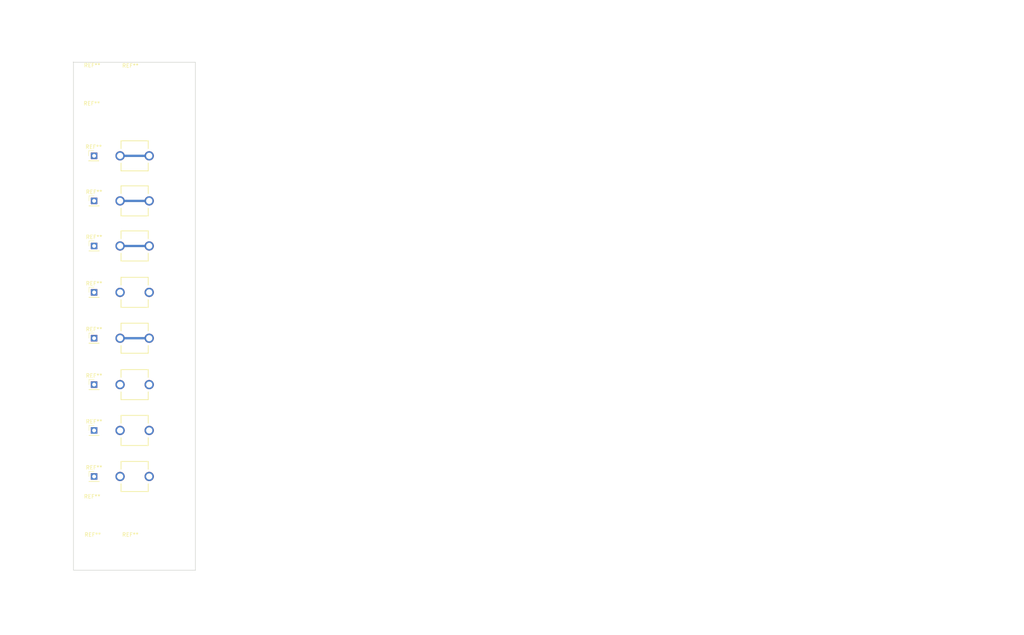
<source format=kicad_pcb>
(kicad_pcb (version 20170123) (host pcbnew "(2017-07-14 revision 22e95aa)-master")

  (general
    (thickness 1.6)
    (drawings 22)
    (tracks 11)
    (zones 0)
    (modules 22)
    (nets 1)
  )

  (page A4)
  (layers
    (0 F.Cu signal)
    (31 B.Cu signal)
    (32 B.Adhes user)
    (33 F.Adhes user)
    (34 B.Paste user)
    (35 F.Paste user)
    (36 B.SilkS user)
    (37 F.SilkS user)
    (38 B.Mask user)
    (39 F.Mask user)
    (40 Dwgs.User user)
    (41 Cmts.User user)
    (42 Eco1.User user)
    (43 Eco2.User user)
    (44 Edge.Cuts user)
    (45 Margin user)
    (46 B.CrtYd user)
    (47 F.CrtYd user)
    (48 B.Fab user)
    (49 F.Fab user)
  )

  (setup
    (last_trace_width 0.6)
    (trace_clearance 0.2)
    (zone_clearance 0.508)
    (zone_45_only no)
    (trace_min 0.2)
    (segment_width 0.2)
    (edge_width 0.15)
    (via_size 0.8)
    (via_drill 0.4)
    (via_min_size 0.4)
    (via_min_drill 0.3)
    (uvia_size 0.3)
    (uvia_drill 0.1)
    (uvias_allowed no)
    (uvia_min_size 0.2)
    (uvia_min_drill 0.1)
    (pcb_text_width 0.3)
    (pcb_text_size 1.5 1.5)
    (mod_edge_width 0.15)
    (mod_text_size 1 1)
    (mod_text_width 0.15)
    (pad_size 1.7 1.7)
    (pad_drill 1)
    (pad_to_mask_clearance 0.2)
    (aux_axis_origin 0 0)
    (visible_elements 7FFFFFFF)
    (pcbplotparams
      (layerselection 0x00030_ffffffff)
      (usegerberextensions false)
      (excludeedgelayer true)
      (linewidth 0.100000)
      (plotframeref false)
      (viasonmask false)
      (mode 1)
      (useauxorigin false)
      (hpglpennumber 1)
      (hpglpenspeed 20)
      (hpglpendiameter 15)
      (psnegative false)
      (psa4output false)
      (plotreference true)
      (plotvalue true)
      (plotinvisibletext false)
      (padsonsilk false)
      (subtractmaskfromsilk false)
      (outputformat 1)
      (mirror false)
      (drillshape 1)
      (scaleselection 1)
      (outputdirectory /root/projects/shift_register/core-crt-muon/muon_geiger/geiger_mounts/))
  )

  (net 0 "")

  (net_class Default "This is the default net class."
    (clearance 0.2)
    (trace_width 0.6)
    (via_dia 0.8)
    (via_drill 0.4)
    (uvia_dia 0.3)
    (uvia_drill 0.1)
  )

  (module Pin_Headers:Pin_Header_Straight_1x01_Pitch2.54mm (layer F.Cu) (tedit 59650532) (tstamp 598015D7)
    (at 36 144.55)
    (descr "Through hole straight pin header, 1x01, 2.54mm pitch, single row")
    (tags "Through hole pin header THT 1x01 2.54mm single row")
    (fp_text reference REF** (at 0 -2.33) (layer F.SilkS)
      (effects (font (size 1 1) (thickness 0.15)))
    )
    (fp_text value Pin_Header_Straight_1x01_Pitch2.54mm (at 0 2.33) (layer F.Fab)
      (effects (font (size 1 1) (thickness 0.15)))
    )
    (fp_text user %R (at 0 0 90) (layer F.Fab)
      (effects (font (size 1 1) (thickness 0.15)))
    )
    (fp_line (start 1.8 -1.8) (end -1.8 -1.8) (layer F.CrtYd) (width 0.05))
    (fp_line (start 1.8 1.8) (end 1.8 -1.8) (layer F.CrtYd) (width 0.05))
    (fp_line (start -1.8 1.8) (end 1.8 1.8) (layer F.CrtYd) (width 0.05))
    (fp_line (start -1.8 -1.8) (end -1.8 1.8) (layer F.CrtYd) (width 0.05))
    (fp_line (start -1.33 -1.33) (end 0 -1.33) (layer F.SilkS) (width 0.12))
    (fp_line (start -1.33 0) (end -1.33 -1.33) (layer F.SilkS) (width 0.12))
    (fp_line (start -1.33 1.27) (end 1.33 1.27) (layer F.SilkS) (width 0.12))
    (fp_line (start 1.33 1.27) (end 1.33 1.33) (layer F.SilkS) (width 0.12))
    (fp_line (start -1.33 1.27) (end -1.33 1.33) (layer F.SilkS) (width 0.12))
    (fp_line (start -1.33 1.33) (end 1.33 1.33) (layer F.SilkS) (width 0.12))
    (fp_line (start -1.27 -0.635) (end -0.635 -1.27) (layer F.Fab) (width 0.1))
    (fp_line (start -1.27 1.27) (end -1.27 -0.635) (layer F.Fab) (width 0.1))
    (fp_line (start 1.27 1.27) (end -1.27 1.27) (layer F.Fab) (width 0.1))
    (fp_line (start 1.27 -1.27) (end 1.27 1.27) (layer F.Fab) (width 0.1))
    (fp_line (start -0.635 -1.27) (end 1.27 -1.27) (layer F.Fab) (width 0.1))
    (pad 1 thru_hole rect (at 0 0) (size 1.7 1.7) (drill 1) (layers *.Cu *.Mask))
    (model ${KISYS3DMOD}/Pin_Headers.3dshapes/Pin_Header_Straight_1x01_Pitch2.54mm.wrl
      (at (xyz 0 0 0))
      (scale (xyz 1 1 1))
      (rotate (xyz 0 0 0))
    )
  )

  (module Pin_Headers:Pin_Header_Straight_1x01_Pitch2.54mm (layer F.Cu) (tedit 59650532) (tstamp 598015C2)
    (at 36 132.5)
    (descr "Through hole straight pin header, 1x01, 2.54mm pitch, single row")
    (tags "Through hole pin header THT 1x01 2.54mm single row")
    (fp_text reference REF** (at 0 -2.33) (layer F.SilkS)
      (effects (font (size 1 1) (thickness 0.15)))
    )
    (fp_text value Pin_Header_Straight_1x01_Pitch2.54mm (at 0 2.33) (layer F.Fab)
      (effects (font (size 1 1) (thickness 0.15)))
    )
    (fp_line (start -0.635 -1.27) (end 1.27 -1.27) (layer F.Fab) (width 0.1))
    (fp_line (start 1.27 -1.27) (end 1.27 1.27) (layer F.Fab) (width 0.1))
    (fp_line (start 1.27 1.27) (end -1.27 1.27) (layer F.Fab) (width 0.1))
    (fp_line (start -1.27 1.27) (end -1.27 -0.635) (layer F.Fab) (width 0.1))
    (fp_line (start -1.27 -0.635) (end -0.635 -1.27) (layer F.Fab) (width 0.1))
    (fp_line (start -1.33 1.33) (end 1.33 1.33) (layer F.SilkS) (width 0.12))
    (fp_line (start -1.33 1.27) (end -1.33 1.33) (layer F.SilkS) (width 0.12))
    (fp_line (start 1.33 1.27) (end 1.33 1.33) (layer F.SilkS) (width 0.12))
    (fp_line (start -1.33 1.27) (end 1.33 1.27) (layer F.SilkS) (width 0.12))
    (fp_line (start -1.33 0) (end -1.33 -1.33) (layer F.SilkS) (width 0.12))
    (fp_line (start -1.33 -1.33) (end 0 -1.33) (layer F.SilkS) (width 0.12))
    (fp_line (start -1.8 -1.8) (end -1.8 1.8) (layer F.CrtYd) (width 0.05))
    (fp_line (start -1.8 1.8) (end 1.8 1.8) (layer F.CrtYd) (width 0.05))
    (fp_line (start 1.8 1.8) (end 1.8 -1.8) (layer F.CrtYd) (width 0.05))
    (fp_line (start 1.8 -1.8) (end -1.8 -1.8) (layer F.CrtYd) (width 0.05))
    (fp_text user %R (at 0 0 90) (layer F.Fab)
      (effects (font (size 1 1) (thickness 0.15)))
    )
    (pad 1 thru_hole rect (at 0 0) (size 1.7 1.7) (drill 1) (layers *.Cu *.Mask))
    (model ${KISYS3DMOD}/Pin_Headers.3dshapes/Pin_Header_Straight_1x01_Pitch2.54mm.wrl
      (at (xyz 0 0 0))
      (scale (xyz 1 1 1))
      (rotate (xyz 0 0 0))
    )
  )

  (module Pin_Headers:Pin_Header_Straight_1x01_Pitch2.54mm (layer F.Cu) (tedit 59650532) (tstamp 598015AD)
    (at 36 120.5)
    (descr "Through hole straight pin header, 1x01, 2.54mm pitch, single row")
    (tags "Through hole pin header THT 1x01 2.54mm single row")
    (fp_text reference REF** (at 0 -2.33) (layer F.SilkS)
      (effects (font (size 1 1) (thickness 0.15)))
    )
    (fp_text value Pin_Header_Straight_1x01_Pitch2.54mm (at 0 2.33) (layer F.Fab)
      (effects (font (size 1 1) (thickness 0.15)))
    )
    (fp_text user %R (at 0 0 90) (layer F.Fab)
      (effects (font (size 1 1) (thickness 0.15)))
    )
    (fp_line (start 1.8 -1.8) (end -1.8 -1.8) (layer F.CrtYd) (width 0.05))
    (fp_line (start 1.8 1.8) (end 1.8 -1.8) (layer F.CrtYd) (width 0.05))
    (fp_line (start -1.8 1.8) (end 1.8 1.8) (layer F.CrtYd) (width 0.05))
    (fp_line (start -1.8 -1.8) (end -1.8 1.8) (layer F.CrtYd) (width 0.05))
    (fp_line (start -1.33 -1.33) (end 0 -1.33) (layer F.SilkS) (width 0.12))
    (fp_line (start -1.33 0) (end -1.33 -1.33) (layer F.SilkS) (width 0.12))
    (fp_line (start -1.33 1.27) (end 1.33 1.27) (layer F.SilkS) (width 0.12))
    (fp_line (start 1.33 1.27) (end 1.33 1.33) (layer F.SilkS) (width 0.12))
    (fp_line (start -1.33 1.27) (end -1.33 1.33) (layer F.SilkS) (width 0.12))
    (fp_line (start -1.33 1.33) (end 1.33 1.33) (layer F.SilkS) (width 0.12))
    (fp_line (start -1.27 -0.635) (end -0.635 -1.27) (layer F.Fab) (width 0.1))
    (fp_line (start -1.27 1.27) (end -1.27 -0.635) (layer F.Fab) (width 0.1))
    (fp_line (start 1.27 1.27) (end -1.27 1.27) (layer F.Fab) (width 0.1))
    (fp_line (start 1.27 -1.27) (end 1.27 1.27) (layer F.Fab) (width 0.1))
    (fp_line (start -0.635 -1.27) (end 1.27 -1.27) (layer F.Fab) (width 0.1))
    (pad 1 thru_hole rect (at 0 0) (size 1.7 1.7) (drill 1) (layers *.Cu *.Mask))
    (model ${KISYS3DMOD}/Pin_Headers.3dshapes/Pin_Header_Straight_1x01_Pitch2.54mm.wrl
      (at (xyz 0 0 0))
      (scale (xyz 1 1 1))
      (rotate (xyz 0 0 0))
    )
  )

  (module Pin_Headers:Pin_Header_Straight_1x01_Pitch2.54mm (layer F.Cu) (tedit 59650532) (tstamp 59801598)
    (at 36 108.35)
    (descr "Through hole straight pin header, 1x01, 2.54mm pitch, single row")
    (tags "Through hole pin header THT 1x01 2.54mm single row")
    (fp_text reference REF** (at 0 -2.33) (layer F.SilkS)
      (effects (font (size 1 1) (thickness 0.15)))
    )
    (fp_text value Pin_Header_Straight_1x01_Pitch2.54mm (at 0 2.33) (layer F.Fab)
      (effects (font (size 1 1) (thickness 0.15)))
    )
    (fp_line (start -0.635 -1.27) (end 1.27 -1.27) (layer F.Fab) (width 0.1))
    (fp_line (start 1.27 -1.27) (end 1.27 1.27) (layer F.Fab) (width 0.1))
    (fp_line (start 1.27 1.27) (end -1.27 1.27) (layer F.Fab) (width 0.1))
    (fp_line (start -1.27 1.27) (end -1.27 -0.635) (layer F.Fab) (width 0.1))
    (fp_line (start -1.27 -0.635) (end -0.635 -1.27) (layer F.Fab) (width 0.1))
    (fp_line (start -1.33 1.33) (end 1.33 1.33) (layer F.SilkS) (width 0.12))
    (fp_line (start -1.33 1.27) (end -1.33 1.33) (layer F.SilkS) (width 0.12))
    (fp_line (start 1.33 1.27) (end 1.33 1.33) (layer F.SilkS) (width 0.12))
    (fp_line (start -1.33 1.27) (end 1.33 1.27) (layer F.SilkS) (width 0.12))
    (fp_line (start -1.33 0) (end -1.33 -1.33) (layer F.SilkS) (width 0.12))
    (fp_line (start -1.33 -1.33) (end 0 -1.33) (layer F.SilkS) (width 0.12))
    (fp_line (start -1.8 -1.8) (end -1.8 1.8) (layer F.CrtYd) (width 0.05))
    (fp_line (start -1.8 1.8) (end 1.8 1.8) (layer F.CrtYd) (width 0.05))
    (fp_line (start 1.8 1.8) (end 1.8 -1.8) (layer F.CrtYd) (width 0.05))
    (fp_line (start 1.8 -1.8) (end -1.8 -1.8) (layer F.CrtYd) (width 0.05))
    (fp_text user %R (at 0 0 90) (layer F.Fab)
      (effects (font (size 1 1) (thickness 0.15)))
    )
    (pad 1 thru_hole rect (at 0 0) (size 1.7 1.7) (drill 1) (layers *.Cu *.Mask))
    (model ${KISYS3DMOD}/Pin_Headers.3dshapes/Pin_Header_Straight_1x01_Pitch2.54mm.wrl
      (at (xyz 0 0 0))
      (scale (xyz 1 1 1))
      (rotate (xyz 0 0 0))
    )
  )

  (module Pin_Headers:Pin_Header_Straight_1x01_Pitch2.54mm (layer F.Cu) (tedit 59650532) (tstamp 59801582)
    (at 36 96.35)
    (descr "Through hole straight pin header, 1x01, 2.54mm pitch, single row")
    (tags "Through hole pin header THT 1x01 2.54mm single row")
    (fp_text reference REF** (at 0 -2.33) (layer F.SilkS)
      (effects (font (size 1 1) (thickness 0.15)))
    )
    (fp_text value Pin_Header_Straight_1x01_Pitch2.54mm (at 0 2.33) (layer F.Fab)
      (effects (font (size 1 1) (thickness 0.15)))
    )
    (fp_text user %R (at 0 0 90) (layer F.Fab)
      (effects (font (size 1 1) (thickness 0.15)))
    )
    (fp_line (start 1.8 -1.8) (end -1.8 -1.8) (layer F.CrtYd) (width 0.05))
    (fp_line (start 1.8 1.8) (end 1.8 -1.8) (layer F.CrtYd) (width 0.05))
    (fp_line (start -1.8 1.8) (end 1.8 1.8) (layer F.CrtYd) (width 0.05))
    (fp_line (start -1.8 -1.8) (end -1.8 1.8) (layer F.CrtYd) (width 0.05))
    (fp_line (start -1.33 -1.33) (end 0 -1.33) (layer F.SilkS) (width 0.12))
    (fp_line (start -1.33 0) (end -1.33 -1.33) (layer F.SilkS) (width 0.12))
    (fp_line (start -1.33 1.27) (end 1.33 1.27) (layer F.SilkS) (width 0.12))
    (fp_line (start 1.33 1.27) (end 1.33 1.33) (layer F.SilkS) (width 0.12))
    (fp_line (start -1.33 1.27) (end -1.33 1.33) (layer F.SilkS) (width 0.12))
    (fp_line (start -1.33 1.33) (end 1.33 1.33) (layer F.SilkS) (width 0.12))
    (fp_line (start -1.27 -0.635) (end -0.635 -1.27) (layer F.Fab) (width 0.1))
    (fp_line (start -1.27 1.27) (end -1.27 -0.635) (layer F.Fab) (width 0.1))
    (fp_line (start 1.27 1.27) (end -1.27 1.27) (layer F.Fab) (width 0.1))
    (fp_line (start 1.27 -1.27) (end 1.27 1.27) (layer F.Fab) (width 0.1))
    (fp_line (start -0.635 -1.27) (end 1.27 -1.27) (layer F.Fab) (width 0.1))
    (pad 1 thru_hole rect (at 0 0) (size 1.7 1.7) (drill 1) (layers *.Cu *.Mask))
    (model ${KISYS3DMOD}/Pin_Headers.3dshapes/Pin_Header_Straight_1x01_Pitch2.54mm.wrl
      (at (xyz 0 0 0))
      (scale (xyz 1 1 1))
      (rotate (xyz 0 0 0))
    )
  )

  (module Pin_Headers:Pin_Header_Straight_1x01_Pitch2.54mm (layer F.Cu) (tedit 59650532) (tstamp 5980156D)
    (at 36 84.2)
    (descr "Through hole straight pin header, 1x01, 2.54mm pitch, single row")
    (tags "Through hole pin header THT 1x01 2.54mm single row")
    (fp_text reference REF** (at 0 -2.33) (layer F.SilkS)
      (effects (font (size 1 1) (thickness 0.15)))
    )
    (fp_text value Pin_Header_Straight_1x01_Pitch2.54mm (at 0 2.33) (layer F.Fab)
      (effects (font (size 1 1) (thickness 0.15)))
    )
    (fp_line (start -0.635 -1.27) (end 1.27 -1.27) (layer F.Fab) (width 0.1))
    (fp_line (start 1.27 -1.27) (end 1.27 1.27) (layer F.Fab) (width 0.1))
    (fp_line (start 1.27 1.27) (end -1.27 1.27) (layer F.Fab) (width 0.1))
    (fp_line (start -1.27 1.27) (end -1.27 -0.635) (layer F.Fab) (width 0.1))
    (fp_line (start -1.27 -0.635) (end -0.635 -1.27) (layer F.Fab) (width 0.1))
    (fp_line (start -1.33 1.33) (end 1.33 1.33) (layer F.SilkS) (width 0.12))
    (fp_line (start -1.33 1.27) (end -1.33 1.33) (layer F.SilkS) (width 0.12))
    (fp_line (start 1.33 1.27) (end 1.33 1.33) (layer F.SilkS) (width 0.12))
    (fp_line (start -1.33 1.27) (end 1.33 1.27) (layer F.SilkS) (width 0.12))
    (fp_line (start -1.33 0) (end -1.33 -1.33) (layer F.SilkS) (width 0.12))
    (fp_line (start -1.33 -1.33) (end 0 -1.33) (layer F.SilkS) (width 0.12))
    (fp_line (start -1.8 -1.8) (end -1.8 1.8) (layer F.CrtYd) (width 0.05))
    (fp_line (start -1.8 1.8) (end 1.8 1.8) (layer F.CrtYd) (width 0.05))
    (fp_line (start 1.8 1.8) (end 1.8 -1.8) (layer F.CrtYd) (width 0.05))
    (fp_line (start 1.8 -1.8) (end -1.8 -1.8) (layer F.CrtYd) (width 0.05))
    (fp_text user %R (at 0 0 90) (layer F.Fab)
      (effects (font (size 1 1) (thickness 0.15)))
    )
    (pad 1 thru_hole rect (at 0 0) (size 1.7 1.7) (drill 1) (layers *.Cu *.Mask))
    (model ${KISYS3DMOD}/Pin_Headers.3dshapes/Pin_Header_Straight_1x01_Pitch2.54mm.wrl
      (at (xyz 0 0 0))
      (scale (xyz 1 1 1))
      (rotate (xyz 0 0 0))
    )
  )

  (module Pin_Headers:Pin_Header_Straight_1x01_Pitch2.54mm (layer F.Cu) (tedit 59650532) (tstamp 59801551)
    (at 36 72.4)
    (descr "Through hole straight pin header, 1x01, 2.54mm pitch, single row")
    (tags "Through hole pin header THT 1x01 2.54mm single row")
    (fp_text reference REF** (at 0 -2.33) (layer F.SilkS)
      (effects (font (size 1 1) (thickness 0.15)))
    )
    (fp_text value Pin_Header_Straight_1x01_Pitch2.54mm (at 0 2.33) (layer F.Fab)
      (effects (font (size 1 1) (thickness 0.15)))
    )
    (fp_line (start -0.635 -1.27) (end 1.27 -1.27) (layer F.Fab) (width 0.1))
    (fp_line (start 1.27 -1.27) (end 1.27 1.27) (layer F.Fab) (width 0.1))
    (fp_line (start 1.27 1.27) (end -1.27 1.27) (layer F.Fab) (width 0.1))
    (fp_line (start -1.27 1.27) (end -1.27 -0.635) (layer F.Fab) (width 0.1))
    (fp_line (start -1.27 -0.635) (end -0.635 -1.27) (layer F.Fab) (width 0.1))
    (fp_line (start -1.33 1.33) (end 1.33 1.33) (layer F.SilkS) (width 0.12))
    (fp_line (start -1.33 1.27) (end -1.33 1.33) (layer F.SilkS) (width 0.12))
    (fp_line (start 1.33 1.27) (end 1.33 1.33) (layer F.SilkS) (width 0.12))
    (fp_line (start -1.33 1.27) (end 1.33 1.27) (layer F.SilkS) (width 0.12))
    (fp_line (start -1.33 0) (end -1.33 -1.33) (layer F.SilkS) (width 0.12))
    (fp_line (start -1.33 -1.33) (end 0 -1.33) (layer F.SilkS) (width 0.12))
    (fp_line (start -1.8 -1.8) (end -1.8 1.8) (layer F.CrtYd) (width 0.05))
    (fp_line (start -1.8 1.8) (end 1.8 1.8) (layer F.CrtYd) (width 0.05))
    (fp_line (start 1.8 1.8) (end 1.8 -1.8) (layer F.CrtYd) (width 0.05))
    (fp_line (start 1.8 -1.8) (end -1.8 -1.8) (layer F.CrtYd) (width 0.05))
    (fp_text user %R (at 0 0 90) (layer F.Fab)
      (effects (font (size 1 1) (thickness 0.15)))
    )
    (pad 1 thru_hole rect (at 0 0) (size 1.7 1.7) (drill 1) (layers *.Cu *.Mask))
    (model ${KISYS3DMOD}/Pin_Headers.3dshapes/Pin_Header_Straight_1x01_Pitch2.54mm.wrl
      (at (xyz 0 0 0))
      (scale (xyz 1 1 1))
      (rotate (xyz 0 0 0))
    )
  )

  (module FUSECLIP_PCMOUNT:FUSECLIP_PCMOUNT (layer F.Cu) (tedit 59763579) (tstamp 59773FC8)
    (at 42.8 132.5)
    (path FUSECLIP_PCMOUNT)
    (fp_text reference J3 (at 1.6 -3.45) (layer Eco1.User)
      (effects (font (size 1.778 1.778) (thickness 0.14224)))
    )
    (fp_text value "" (at 0 7.239) (layer Eco1.User)
      (effects (font (size 1.778 1.778) (thickness 0.14224)))
    )
    (fp_line (start 7.366 -3.937) (end 7.366 -1.905) (layer F.SilkS) (width 0.2032))
    (fp_line (start 0.254 -3.937) (end 0.254 -1.905) (layer F.SilkS) (width 0.2032))
    (fp_line (start 0.254 -3.937) (end 7.366 -3.937) (layer F.SilkS) (width 0.2032))
    (fp_line (start 0.254 1.905) (end 0.254 3.937) (layer F.SilkS) (width 0.2032))
    (fp_line (start 7.366 1.905) (end 7.366 3.937) (layer F.SilkS) (width 0.2032))
    (fp_line (start 0.254 3.937) (end 7.366 3.937) (layer F.SilkS) (width 0.2032))
    (pad 1 thru_hole oval (at 0 0) (size 2.4384 2.4384) (drill 1.6256) (layers *.Cu *.Mask))
    (pad 2 thru_hole oval (at 7.62 0) (size 2.4384 2.4384) (drill 1.6256) (layers *.Cu *.Mask))
  )

  (module FUSECLIP_PCMOUNT:FUSECLIP_PCMOUNT (layer F.Cu) (tedit 59763579) (tstamp 59773FBC)
    (at 42.8 120.5)
    (path FUSECLIP_PCMOUNT)
    (fp_text reference J3 (at 1.6 -3.45) (layer Eco1.User)
      (effects (font (size 1.778 1.778) (thickness 0.14224)))
    )
    (fp_text value "" (at 0 7.239) (layer Eco1.User)
      (effects (font (size 1.778 1.778) (thickness 0.14224)))
    )
    (fp_line (start 0.254 3.937) (end 7.366 3.937) (layer F.SilkS) (width 0.2032))
    (fp_line (start 7.366 1.905) (end 7.366 3.937) (layer F.SilkS) (width 0.2032))
    (fp_line (start 0.254 1.905) (end 0.254 3.937) (layer F.SilkS) (width 0.2032))
    (fp_line (start 0.254 -3.937) (end 7.366 -3.937) (layer F.SilkS) (width 0.2032))
    (fp_line (start 0.254 -3.937) (end 0.254 -1.905) (layer F.SilkS) (width 0.2032))
    (fp_line (start 7.366 -3.937) (end 7.366 -1.905) (layer F.SilkS) (width 0.2032))
    (pad 2 thru_hole oval (at 7.62 0) (size 2.4384 2.4384) (drill 1.6256) (layers *.Cu *.Mask))
    (pad 1 thru_hole oval (at 0 0) (size 2.4384 2.4384) (drill 1.6256) (layers *.Cu *.Mask))
  )

  (module FUSECLIP_PCMOUNT:FUSECLIP_PCMOUNT (layer F.Cu) (tedit 59763579) (tstamp 59773FB0)
    (at 42.8 108.35)
    (path FUSECLIP_PCMOUNT)
    (fp_text reference J3 (at 1.6 -3.45) (layer Eco1.User)
      (effects (font (size 1.778 1.778) (thickness 0.14224)))
    )
    (fp_text value "" (at 0 7.239) (layer Eco1.User)
      (effects (font (size 1.778 1.778) (thickness 0.14224)))
    )
    (fp_line (start 7.366 -3.937) (end 7.366 -1.905) (layer F.SilkS) (width 0.2032))
    (fp_line (start 0.254 -3.937) (end 0.254 -1.905) (layer F.SilkS) (width 0.2032))
    (fp_line (start 0.254 -3.937) (end 7.366 -3.937) (layer F.SilkS) (width 0.2032))
    (fp_line (start 0.254 1.905) (end 0.254 3.937) (layer F.SilkS) (width 0.2032))
    (fp_line (start 7.366 1.905) (end 7.366 3.937) (layer F.SilkS) (width 0.2032))
    (fp_line (start 0.254 3.937) (end 7.366 3.937) (layer F.SilkS) (width 0.2032))
    (pad 1 thru_hole oval (at 0 0) (size 2.4384 2.4384) (drill 1.6256) (layers *.Cu *.Mask))
    (pad 2 thru_hole oval (at 7.62 0) (size 2.4384 2.4384) (drill 1.6256) (layers *.Cu *.Mask))
  )

  (module FUSECLIP_PCMOUNT:FUSECLIP_PCMOUNT (layer F.Cu) (tedit 59763579) (tstamp 59773FA4)
    (at 42.8 96.35)
    (path FUSECLIP_PCMOUNT)
    (fp_text reference J3 (at 1.6 -3.45) (layer Eco1.User)
      (effects (font (size 1.778 1.778) (thickness 0.14224)))
    )
    (fp_text value "" (at 0 7.239) (layer Eco1.User)
      (effects (font (size 1.778 1.778) (thickness 0.14224)))
    )
    (fp_line (start 0.254 3.937) (end 7.366 3.937) (layer F.SilkS) (width 0.2032))
    (fp_line (start 7.366 1.905) (end 7.366 3.937) (layer F.SilkS) (width 0.2032))
    (fp_line (start 0.254 1.905) (end 0.254 3.937) (layer F.SilkS) (width 0.2032))
    (fp_line (start 0.254 -3.937) (end 7.366 -3.937) (layer F.SilkS) (width 0.2032))
    (fp_line (start 0.254 -3.937) (end 0.254 -1.905) (layer F.SilkS) (width 0.2032))
    (fp_line (start 7.366 -3.937) (end 7.366 -1.905) (layer F.SilkS) (width 0.2032))
    (pad 2 thru_hole oval (at 7.62 0) (size 2.4384 2.4384) (drill 1.6256) (layers *.Cu *.Mask))
    (pad 1 thru_hole oval (at 0 0) (size 2.4384 2.4384) (drill 1.6256) (layers *.Cu *.Mask))
  )

  (module FUSECLIP_PCMOUNT:FUSECLIP_PCMOUNT (layer F.Cu) (tedit 59763579) (tstamp 59773F98)
    (at 42.8 84.2)
    (path FUSECLIP_PCMOUNT)
    (fp_text reference J3 (at 1.6 -3.45) (layer Eco1.User)
      (effects (font (size 1.778 1.778) (thickness 0.14224)))
    )
    (fp_text value "" (at 0 7.239) (layer Eco1.User)
      (effects (font (size 1.778 1.778) (thickness 0.14224)))
    )
    (fp_line (start 7.366 -3.937) (end 7.366 -1.905) (layer F.SilkS) (width 0.2032))
    (fp_line (start 0.254 -3.937) (end 0.254 -1.905) (layer F.SilkS) (width 0.2032))
    (fp_line (start 0.254 -3.937) (end 7.366 -3.937) (layer F.SilkS) (width 0.2032))
    (fp_line (start 0.254 1.905) (end 0.254 3.937) (layer F.SilkS) (width 0.2032))
    (fp_line (start 7.366 1.905) (end 7.366 3.937) (layer F.SilkS) (width 0.2032))
    (fp_line (start 0.254 3.937) (end 7.366 3.937) (layer F.SilkS) (width 0.2032))
    (pad 1 thru_hole oval (at 0 0) (size 2.4384 2.4384) (drill 1.6256) (layers *.Cu *.Mask))
    (pad 2 thru_hole oval (at 7.62 0) (size 2.4384 2.4384) (drill 1.6256) (layers *.Cu *.Mask))
  )

  (module FUSECLIP_PCMOUNT:FUSECLIP_PCMOUNT (layer F.Cu) (tedit 59763579) (tstamp 59773F8C)
    (at 42.8 72.4)
    (path FUSECLIP_PCMOUNT)
    (fp_text reference J3 (at 1.6 -3.45) (layer Eco1.User)
      (effects (font (size 1.778 1.778) (thickness 0.14224)))
    )
    (fp_text value "" (at 0 7.239) (layer Eco1.User)
      (effects (font (size 1.778 1.778) (thickness 0.14224)))
    )
    (fp_line (start 0.254 3.937) (end 7.366 3.937) (layer F.SilkS) (width 0.2032))
    (fp_line (start 7.366 1.905) (end 7.366 3.937) (layer F.SilkS) (width 0.2032))
    (fp_line (start 0.254 1.905) (end 0.254 3.937) (layer F.SilkS) (width 0.2032))
    (fp_line (start 0.254 -3.937) (end 7.366 -3.937) (layer F.SilkS) (width 0.2032))
    (fp_line (start 0.254 -3.937) (end 0.254 -1.905) (layer F.SilkS) (width 0.2032))
    (fp_line (start 7.366 -3.937) (end 7.366 -1.905) (layer F.SilkS) (width 0.2032))
    (pad 2 thru_hole oval (at 7.62 0) (size 2.4384 2.4384) (drill 1.6256) (layers *.Cu *.Mask))
    (pad 1 thru_hole oval (at 0 0) (size 2.4384 2.4384) (drill 1.6256) (layers *.Cu *.Mask))
  )

  (module FUSECLIP_PCMOUNT:FUSECLIP_PCMOUNT (layer F.Cu) (tedit 59763A1F) (tstamp 5976FA54)
    (at 42.8 144.55)
    (path FUSECLIP_PCMOUNT)
    (fp_text reference J3 (at 2.9 -2.4) (layer Eco1.User)
      (effects (font (size 1.778 1.778) (thickness 0.14224)))
    )
    (fp_text value "" (at 0 7.239) (layer Eco1.User)
      (effects (font (size 1.778 1.778) (thickness 0.14224)))
    )
    (fp_line (start 0.254 3.937) (end 7.366 3.937) (layer F.SilkS) (width 0.2032))
    (fp_line (start 7.366 1.905) (end 7.366 3.937) (layer F.SilkS) (width 0.2032))
    (fp_line (start 0.254 1.905) (end 0.254 3.937) (layer F.SilkS) (width 0.2032))
    (fp_line (start 0.254 -3.937) (end 7.366 -3.937) (layer F.SilkS) (width 0.2032))
    (fp_line (start 0.254 -3.937) (end 0.254 -1.905) (layer F.SilkS) (width 0.2032))
    (fp_line (start 7.366 -3.937) (end 7.366 -1.905) (layer F.SilkS) (width 0.2032))
    (pad 2 thru_hole oval (at 7.62 0) (size 2.4384 2.4384) (drill 1.6256) (layers *.Cu *.Mask))
    (pad 1 thru_hole oval (at 0 0) (size 2.4384 2.4384) (drill 1.6256) (layers *.Cu *.Mask))
  )

  (module Mounting_Holes:MountingHole_3.2mm_M3 (layer F.Cu) (tedit 5977093E) (tstamp 59EAF19E)
    (at 35.5 154)
    (descr "Mounting Hole 3.2mm, no annular, M3")
    (tags "mounting hole 3.2mm no annular m3")
    (fp_text reference REF** (at 0 -4.2) (layer F.SilkS)
      (effects (font (size 1 1) (thickness 0.15)))
    )
    (fp_text value MountingHole_3.2mm_M3 (at 0 4.2) (layer F.Fab)
      (effects (font (size 1 1) (thickness 0.15)))
    )
    (fp_circle (center 0 0) (end 3.45 0) (layer F.CrtYd) (width 0.05))
    (fp_circle (center 0 0) (end 3.2 0) (layer Cmts.User) (width 0.15))
    (pad "" np_thru_hole circle (at 0 0) (size 3.2 3.2) (drill 3.2) (layers *.Cu *.Mask))
  )

  (module Mounting_Holes:MountingHole_3.2mm_M3 (layer F.Cu) (tedit 59770816) (tstamp 59EAF197)
    (at 35.4 51.1)
    (descr "Mounting Hole 3.2mm, no annular, M3")
    (tags "mounting hole 3.2mm no annular m3")
    (fp_text reference REF** (at 0 -4.2) (layer F.SilkS)
      (effects (font (size 1 1) (thickness 0.15)))
    )
    (fp_text value MountingHole_3.2mm_M3 (at 0 4.2) (layer F.Fab)
      (effects (font (size 1 1) (thickness 0.15)))
    )
    (fp_circle (center 0 0) (end 3.2 0) (layer Cmts.User) (width 0.15))
    (fp_circle (center 0 0) (end 3.45 0) (layer F.CrtYd) (width 0.05))
    (pad "" np_thru_hole circle (at 0.1 0) (size 3.2 3.2) (drill 3.2) (layers *.Cu *.Mask))
  )

  (module Mounting_Holes:MountingHole_3.2mm_M3 (layer F.Cu) (tedit 5977094A) (tstamp 59EAEC01)
    (at 45.5 164)
    (descr "Mounting Hole 3.2mm, no annular, M3")
    (tags "mounting hole 3.2mm no annular m3")
    (fp_text reference REF** (at 0 -4.2) (layer F.SilkS)
      (effects (font (size 1 1) (thickness 0.15)))
    )
    (fp_text value MountingHole_3.2mm_M3 (at 0 4.2) (layer F.Fab)
      (effects (font (size 1 1) (thickness 0.15)))
    )
    (fp_circle (center 0 0) (end 3.45 0) (layer F.CrtYd) (width 0.05))
    (fp_circle (center 0 0) (end 3.2 0) (layer Cmts.User) (width 0.15))
    (pad "" np_thru_hole circle (at 0 0) (size 3.2 3.2) (drill 3.2) (layers *.Cu *.Mask))
  )

  (module Mounting_Holes:MountingHole_3.2mm_M3 (layer F.Cu) (tedit 56D1B4CB) (tstamp 59EAEBFA)
    (at 35.5 41.1)
    (descr "Mounting Hole 3.2mm, no annular, M3")
    (tags "mounting hole 3.2mm no annular m3")
    (fp_text reference REF** (at 0 -4.2) (layer F.SilkS)
      (effects (font (size 1 1) (thickness 0.15)))
    )
    (fp_text value MountingHole_3.2mm_M3 (at 0 4.2) (layer F.Fab)
      (effects (font (size 1 1) (thickness 0.15)))
    )
    (fp_circle (center 0 0) (end 3.2 0) (layer Cmts.User) (width 0.15))
    (fp_circle (center 0 0) (end 3.45 0) (layer F.CrtYd) (width 0.05))
    (pad 1 np_thru_hole circle (at 0 0) (size 3.2 3.2) (drill 3.2) (layers *.Cu *.Mask))
  )

  (module Mounting_Holes:MountingHole_3.2mm_M3 (layer F.Cu) (tedit 59770944) (tstamp 59EAEBF3)
    (at 35.65 164)
    (descr "Mounting Hole 3.2mm, no annular, M3")
    (tags "mounting hole 3.2mm no annular m3")
    (fp_text reference REF** (at 0 -4.2) (layer F.SilkS)
      (effects (font (size 1 1) (thickness 0.15)))
    )
    (fp_text value MountingHole_3.2mm_M3 (at 0 4.2) (layer F.Fab)
      (effects (font (size 1 1) (thickness 0.15)))
    )
    (fp_circle (center 0 0) (end 3.2 0) (layer Cmts.User) (width 0.15))
    (fp_circle (center 0 0) (end 3.45 0) (layer F.CrtYd) (width 0.05))
    (pad "" np_thru_hole circle (at -0.15 0) (size 3.2 3.2) (drill 3.2) (layers *.Cu *.Mask))
  )

  (module FUSECLIP_PCMOUNT:FUSECLIP_PCMOUNT (layer F.Cu) (tedit 59763579) (tstamp 59CC7D5A)
    (at 42.8 60.6)
    (path FUSECLIP_PCMOUNT)
    (fp_text reference J3 (at 1.6 -3.45) (layer Eco1.User)
      (effects (font (size 1.778 1.778) (thickness 0.14224)))
    )
    (fp_text value "" (at 0 7.239) (layer Eco1.User)
      (effects (font (size 1.778 1.778) (thickness 0.14224)))
    )
    (fp_line (start 7.366 -3.937) (end 7.366 -1.905) (layer F.SilkS) (width 0.2032))
    (fp_line (start 0.254 -3.937) (end 0.254 -1.905) (layer F.SilkS) (width 0.2032))
    (fp_line (start 0.254 -3.937) (end 7.366 -3.937) (layer F.SilkS) (width 0.2032))
    (fp_line (start 0.254 1.905) (end 0.254 3.937) (layer F.SilkS) (width 0.2032))
    (fp_line (start 7.366 1.905) (end 7.366 3.937) (layer F.SilkS) (width 0.2032))
    (fp_line (start 0.254 3.937) (end 7.366 3.937) (layer F.SilkS) (width 0.2032))
    (pad 1 thru_hole oval (at 0 0) (size 2.4384 2.4384) (drill 1.6256) (layers *.Cu *.Mask))
    (pad 2 thru_hole oval (at 7.62 0) (size 2.4384 2.4384) (drill 1.6256) (layers *.Cu *.Mask))
  )

  (module Mounting_Holes:MountingHole_3.2mm_M3 (layer F.Cu) (tedit 59770805) (tstamp 59EAE6A3)
    (at 45.5 41.2)
    (descr "Mounting Hole 3.2mm, no annular, M3")
    (tags "mounting hole 3.2mm no annular m3")
    (fp_text reference REF** (at 0 -4.2) (layer F.SilkS)
      (effects (font (size 1 1) (thickness 0.15)))
    )
    (fp_text value MountingHole_3.2mm_M3 (at 0 4.2) (layer F.Fab)
      (effects (font (size 1 1) (thickness 0.15)))
    )
    (fp_circle (center 0 0) (end 3.45 0) (layer F.CrtYd) (width 0.05))
    (fp_circle (center 0 0) (end 3.2 0) (layer Cmts.User) (width 0.15))
    (pad "" np_thru_hole circle (at 0 -0.1) (size 3.2 3.2) (drill 3.2) (layers *.Cu *.Mask))
  )

  (module Pin_Headers:Pin_Header_Straight_1x01_Pitch2.54mm (layer F.Cu) (tedit 59770972) (tstamp 59800DBB)
    (at 35.9 60.6)
    (descr "Through hole straight pin header, 1x01, 2.54mm pitch, single row")
    (tags "Through hole pin header THT 1x01 2.54mm single row")
    (fp_text reference REF** (at 0 -2.33) (layer F.SilkS)
      (effects (font (size 1 1) (thickness 0.15)))
    )
    (fp_text value Pin_Header_Straight_1x01_Pitch2.54mm (at 0 2.33) (layer F.Fab)
      (effects (font (size 1 1) (thickness 0.15)))
    )
    (fp_text user %R (at 0 0 90) (layer F.Fab)
      (effects (font (size 1 1) (thickness 0.15)))
    )
    (fp_line (start 1.8 -1.8) (end -1.8 -1.8) (layer F.CrtYd) (width 0.05))
    (fp_line (start 1.8 1.8) (end 1.8 -1.8) (layer F.CrtYd) (width 0.05))
    (fp_line (start -1.8 1.8) (end 1.8 1.8) (layer F.CrtYd) (width 0.05))
    (fp_line (start -1.8 -1.8) (end -1.8 1.8) (layer F.CrtYd) (width 0.05))
    (fp_line (start -1.33 -1.33) (end 0 -1.33) (layer F.SilkS) (width 0.12))
    (fp_line (start -1.33 0) (end -1.33 -1.33) (layer F.SilkS) (width 0.12))
    (fp_line (start -1.33 1.27) (end 1.33 1.27) (layer F.SilkS) (width 0.12))
    (fp_line (start 1.33 1.27) (end 1.33 1.33) (layer F.SilkS) (width 0.12))
    (fp_line (start -1.33 1.27) (end -1.33 1.33) (layer F.SilkS) (width 0.12))
    (fp_line (start -1.33 1.33) (end 1.33 1.33) (layer F.SilkS) (width 0.12))
    (fp_line (start -1.27 -0.635) (end -0.635 -1.27) (layer F.Fab) (width 0.1))
    (fp_line (start -1.27 1.27) (end -1.27 -0.635) (layer F.Fab) (width 0.1))
    (fp_line (start 1.27 1.27) (end -1.27 1.27) (layer F.Fab) (width 0.1))
    (fp_line (start 1.27 -1.27) (end 1.27 1.27) (layer F.Fab) (width 0.1))
    (fp_line (start -0.635 -1.27) (end 1.27 -1.27) (layer F.Fab) (width 0.1))
    (pad 1 thru_hole rect (at 0.1 0) (size 1.7 1.7) (drill 1) (layers *.Cu *.Mask))
    (model ${KISYS3DMOD}/Pin_Headers.3dshapes/Pin_Header_Straight_1x01_Pitch2.54mm.wrl
      (at (xyz 0 0 0))
      (scale (xyz 1 1 1))
      (rotate (xyz 0 0 0))
    )
  )

  (dimension 133 (width 0.3) (layer Dwgs.User)
    (gr_text "133.000 mm" (at 83.649999 102.65 270) (layer Dwgs.User) (tstamp 59770802)
      (effects (font (size 1.5 1.5) (thickness 0.3)))
    )
    (feature1 (pts (xy 62.55 169.15) (xy 84.999999 169.15)))
    (feature2 (pts (xy 62.55 36.15) (xy 84.999999 36.15)))
    (crossbar (pts (xy 82.299999 36.15) (xy 82.299999 169.15)))
    (arrow1a (pts (xy 82.299999 169.15) (xy 81.713578 168.023496)))
    (arrow1b (pts (xy 82.299999 169.15) (xy 82.88642 168.023496)))
    (arrow2a (pts (xy 82.299999 36.15) (xy 81.713578 37.276504)))
    (arrow2b (pts (xy 82.299999 36.15) (xy 82.88642 37.276504)))
  )
  (dimension 93.050013 (width 0.3) (layer Dwgs.User)
    (gr_text "93.050 mm" (at 70.775026 102.527203 89.96921237) (layer Dwgs.User) (tstamp 59770803)
      (effects (font (size 1.5 1.5) (thickness 0.3)))
    )
    (feature1 (pts (xy 66.65 149.05) (xy 72.100026 149.052929)))
    (feature2 (pts (xy 66.7 56) (xy 72.150026 56.002929)))
    (crossbar (pts (xy 69.450026 56.001478) (xy 69.400026 149.051478)))
    (arrow1a (pts (xy 69.400026 149.051478) (xy 68.814211 147.924659)))
    (arrow1b (pts (xy 69.400026 149.051478) (xy 69.987052 147.92529)))
    (arrow2a (pts (xy 69.450026 56.001478) (xy 68.863 57.127666)))
    (arrow2b (pts (xy 69.450026 56.001478) (xy 70.035841 57.128297)))
  )
  (gr_line (start 62.5 149) (end 145.35 149) (angle 90) (layer Dwgs.User) (width 0.2))
  (gr_line (start 62.4 56.05) (end 279.2 56.05) (angle 90) (layer Dwgs.User) (width 0.2))
  (gr_line (start 62.35 149.05) (end 30.6 149.05) (angle 90) (layer Dwgs.User) (width 0.2))
  (gr_line (start 30.7 169.1) (end 62.55 169.1) (angle 90) (layer Edge.Cuts) (width 0.15))
  (dimension 15.000083 (width 0.3) (layer Dwgs.User)
    (gr_text "15.000 mm" (at 14.070729 43.721014 -89.80901478) (layer Dwgs.User) (tstamp 59770804)
      (effects (font (size 1.5 1.5) (thickness 0.3)))
    )
    (feature1 (pts (xy 35.35 36.15) (xy 12.695737 36.225514)))
    (feature2 (pts (xy 35.4 51.15) (xy 12.745737 51.225514)))
    (crossbar (pts (xy 15.445722 51.216514) (xy 15.395722 36.216514)))
    (arrow1a (pts (xy 15.395722 36.216514) (xy 15.985894 37.341057)))
    (arrow1b (pts (xy 15.395722 36.216514) (xy 14.81306 37.344966)))
    (arrow2a (pts (xy 15.445722 51.216514) (xy 16.028384 50.088062)))
    (arrow2b (pts (xy 15.445722 51.216514) (xy 14.85555 50.091971)))
  )
  (dimension 15.000333 (width 0.3) (layer Dwgs.User)
    (gr_text "15.000 mm" (at 38.180639 21.654174 -0.3819662047) (layer Dwgs.User) (tstamp 59770805)
      (effects (font (size 1.5 1.5) (thickness 0.3)))
    )
    (feature1 (pts (xy 30.55 41.2) (xy 30.689639 20.254204)))
    (feature2 (pts (xy 45.55 41.3) (xy 45.689639 20.354204)))
    (crossbar (pts (xy 45.671639 23.054144) (xy 30.671639 22.954144)))
    (arrow1a (pts (xy 30.671639 22.954144) (xy 31.802027 22.375246)))
    (arrow1b (pts (xy 30.671639 22.954144) (xy 31.794208 23.548062)))
    (arrow2a (pts (xy 45.671639 23.054144) (xy 44.54907 22.460226)))
    (arrow2b (pts (xy 45.671639 23.054144) (xy 44.541251 23.633042)))
  )
  (dimension 5 (width 0.3) (layer Dwgs.User)
    (gr_text "5.000 mm" (at 32.95 28.100001) (layer Dwgs.User) (tstamp 59770806)
      (effects (font (size 1.5 1.5) (thickness 0.3)))
    )
    (feature1 (pts (xy 30.45 41.15) (xy 30.45 26.750001)))
    (feature2 (pts (xy 35.45 41.15) (xy 35.45 26.750001)))
    (crossbar (pts (xy 35.45 29.450001) (xy 30.45 29.450001)))
    (arrow1a (pts (xy 30.45 29.450001) (xy 31.576504 28.86358)))
    (arrow1b (pts (xy 30.45 29.450001) (xy 31.576504 30.036422)))
    (arrow2a (pts (xy 35.45 29.450001) (xy 34.323496 28.86358)))
    (arrow2b (pts (xy 35.45 29.450001) (xy 34.323496 30.036422)))
  )
  (dimension 5 (width 0.3) (layer Dwgs.User)
    (gr_text "5.000 mm" (at 20.7 38.65 90) (layer Dwgs.User) (tstamp 59770807)
      (effects (font (size 1.5 1.5) (thickness 0.3)))
    )
    (feature1 (pts (xy 35.45 36.15) (xy 19.35 36.15)))
    (feature2 (pts (xy 35.45 41.15) (xy 19.35 41.15)))
    (crossbar (pts (xy 22.05 41.15) (xy 22.05 36.15)))
    (arrow1a (pts (xy 22.05 36.15) (xy 22.636421 37.276504)))
    (arrow1b (pts (xy 22.05 36.15) (xy 21.463579 37.276504)))
    (arrow2a (pts (xy 22.05 41.15) (xy 22.636421 40.023496)))
    (arrow2b (pts (xy 22.05 41.15) (xy 21.463579 40.023496)))
  )
  (dimension 12.000104 (width 0.3) (layer Dwgs.User)
    (gr_text "12.000 mm" (at 56.467917 28.375122 0.2387310331) (layer Dwgs.User) (tstamp 59770808)
      (effects (font (size 1.5 1.5) (thickness 0.3)))
    )
    (feature1 (pts (xy 62.5 36.05) (xy 62.462292 27.000134)))
    (feature2 (pts (xy 50.5 36.1) (xy 50.462292 27.050134)))
    (crossbar (pts (xy 50.473542 29.750111) (xy 62.473542 29.700111)))
    (arrow1a (pts (xy 62.473542 29.700111) (xy 61.349491 30.29122)))
    (arrow1b (pts (xy 62.473542 29.700111) (xy 61.344605 29.118389)))
    (arrow2a (pts (xy 50.473542 29.750111) (xy 51.602479 30.331833)))
    (arrow2b (pts (xy 50.473542 29.750111) (xy 51.597593 29.159002)))
  )
  (dimension 20.00025 (width 0.3) (layer Dwgs.User)
    (gr_text "20.000 mm" (at 24.497385 46.069737 89.71352349) (layer Dwgs.User) (tstamp 59770809)
      (effects (font (size 1.5 1.5) (thickness 0.3)))
    )
    (feature1 (pts (xy 30.5 56.1) (xy 23.097402 56.062987)))
    (feature2 (pts (xy 30.6 36.1) (xy 23.197402 36.062987)))
    (crossbar (pts (xy 25.897368 36.076487) (xy 25.797368 56.076487)))
    (arrow1a (pts (xy 25.797368 56.076487) (xy 25.216587 54.947065)))
    (arrow1b (pts (xy 25.797368 56.076487) (xy 26.389414 54.952929)))
    (arrow2a (pts (xy 25.897368 36.076487) (xy 25.305322 37.200045)))
    (arrow2b (pts (xy 25.897368 36.076487) (xy 26.478149 37.205909)))
  )
  (dimension 20.000062 (width 0.3) (layer Dwgs.User)
    (gr_text "20.000 mm" (at 40.60925 32.375019 359.8567608) (layer Dwgs.User) (tstamp 5977080A)
      (effects (font (size 1.5 1.5) (thickness 0.3)))
    )
    (feature1 (pts (xy 50.6 36.1) (xy 50.612625 31.050023)))
    (feature2 (pts (xy 30.6 36.05) (xy 30.612625 31.000023)))
    (crossbar (pts (xy 30.605875 33.700015) (xy 50.605875 33.750015)))
    (arrow1a (pts (xy 50.605875 33.750015) (xy 49.477909 34.333618)))
    (arrow1b (pts (xy 50.605875 33.750015) (xy 49.480841 33.16078)))
    (arrow2a (pts (xy 30.605875 33.700015) (xy 31.730909 34.28925)))
    (arrow2b (pts (xy 30.605875 33.700015) (xy 31.733841 33.116412)))
  )
  (gr_line (start 50.4 56.1) (end 62.4 56.1) (angle 90) (layer Dwgs.User) (width 0.2))
  (gr_line (start 50.5 166.1) (end 50.5 56.2) (angle 90) (layer Dwgs.User) (width 0.2))
  (gr_line (start 50.5 166.1) (end 50.5 186) (angle 90) (layer Dwgs.User) (width 0.2))
  (gr_line (start 50.5 56.1) (end 30.5 56.1) (angle 90) (layer Dwgs.User) (width 0.2))
  (gr_line (start 50.5 36.1) (end 50.5 56.1) (angle 90) (layer Dwgs.User) (width 0.2))
  (gr_line (start 30.5 36.1) (end 50.5 36.1) (angle 90) (layer Dwgs.User) (width 0.2))
  (gr_line (start 30.6 169.1) (end 30.6 36) (angle 90) (layer Edge.Cuts) (width 0.15))
  (gr_line (start 62.5 36.1) (end 62.5 169.1) (angle 90) (layer Edge.Cuts) (width 0.15))
  (gr_line (start 30.5 36.1) (end 62.5 36.1) (angle 90) (layer Edge.Cuts) (width 0.15))

  (segment (start 50.37 144.45) (end 50.47 144.55) (width 0.6) (layer B.Cu) (net 0) (tstamp 598015FC) (status C00000))
  (segment (start 50.32 132.45) (end 50.37 132.5) (width 0.6) (layer B.Cu) (net 0) (tstamp 598015FA) (status C00000))
  (segment (start 42.75 108.3) (end 42.8 108.35) (width 0.6) (layer B.Cu) (net 0) (tstamp 598015F5) (status C00000))
  (segment (start 42.8 108.35) (end 50.42 108.35) (width 0.6) (layer B.Cu) (net 0) (tstamp 598015F6) (status C00000))
  (segment (start 50.22 96.55) (end 50.42 96.35) (width 0.6) (layer B.Cu) (net 0) (tstamp 598015F3) (status C00000))
  (segment (start 42.75 84.2) (end 50.37 84.2) (width 0.6) (layer B.Cu) (net 0) (status C00000))
  (segment (start 42.85 72.4) (end 50.47 72.4) (width 0.6) (layer B.Cu) (net 0) (status C00000))
  (segment (start 42.85 60.6) (end 50.47 60.6) (width 0.6) (layer B.Cu) (net 0) (status C00000))
  (segment (start 42.4 84.55) (end 42.75 84.2) (width 0.6) (layer B.Cu) (net 0) (tstamp 598015EB) (status C00000))
  (segment (start 42.75 72.3) (end 42.85 72.4) (width 0.6) (layer B.Cu) (net 0) (tstamp 59801567) (status C00000))
  (segment (start 42.55 60.9) (end 42.85 60.6) (width 0.6) (layer B.Cu) (net 0) (tstamp 59801565) (status C00000))

)

</source>
